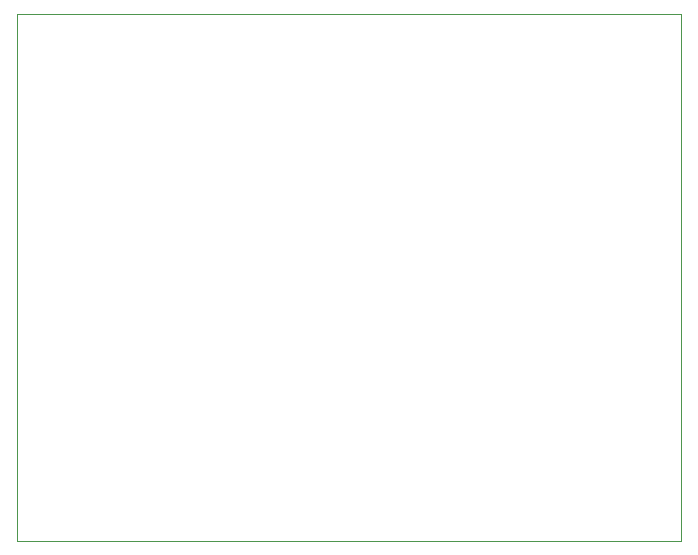
<source format=gm1>
%TF.GenerationSoftware,KiCad,Pcbnew,(6.0.0)*%
%TF.CreationDate,2022-01-14T09:14:34+00:00*%
%TF.ProjectId,ampli1,616d706c-6931-42e6-9b69-6361645f7063,rev?*%
%TF.SameCoordinates,Original*%
%TF.FileFunction,Profile,NP*%
%FSLAX46Y46*%
G04 Gerber Fmt 4.6, Leading zero omitted, Abs format (unit mm)*
G04 Created by KiCad (PCBNEW (6.0.0)) date 2022-01-14 09:14:34*
%MOMM*%
%LPD*%
G01*
G04 APERTURE LIST*
%TA.AperFunction,Profile*%
%ADD10C,0.100000*%
%TD*%
G04 APERTURE END LIST*
D10*
X93040000Y-64720000D02*
X149240000Y-64720000D01*
X149240000Y-64720000D02*
X149240000Y-109390000D01*
X149240000Y-109390000D02*
X93040000Y-109390000D01*
X93040000Y-109390000D02*
X93040000Y-64720000D01*
M02*

</source>
